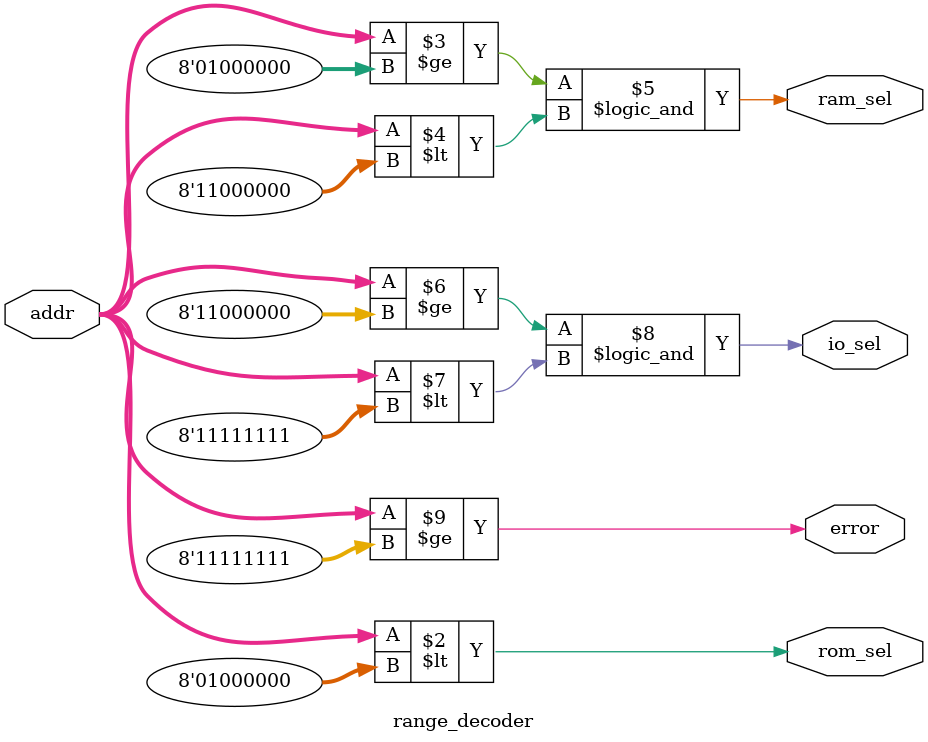
<source format=sv>
module range_decoder(
    input [7:0] addr,
    output reg rom_sel,
    output reg ram_sel,
    output reg io_sel,
    output reg error
);
    // 直接从地址生成选择信号，无需中间变量
    always @(*) begin
        // 默认值设置
        rom_sel = (addr < 8'h40);
        ram_sel = (addr >= 8'h40) && (addr < 8'hC0);
        io_sel = (addr >= 8'hC0) && (addr < 8'hFF);
        error = (addr >= 8'hFF);
    end
endmodule
</source>
